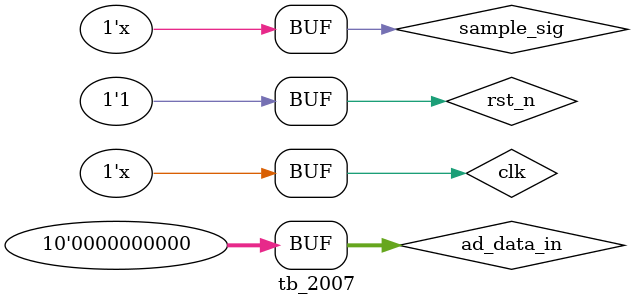
<source format=v>
/*-----------------------------------------------------------------------

Date				:		2017-XX-XX
Description			:		Design for LCD1602 Display.

-----------------------------------------------------------------------*/
`timescale 1ns/1ns

module	tb_2007();

reg					clk;
reg					rst_n;
reg		[9:0]		ad_data_in;
reg					sample_sig;
pr_2007		tb
(
	//global clock
	.clk(clk),			//system clock
	.rst_n(rst_n),    		//sync reset
	
	//XXX interface
	.ad_data_in(ad_data_in),
	.sample_sig(sample_sig)
	//user interface

	
); 

//--------------------------------
//Funtion :               

initial 
begin
	clk = 0;
	rst_n = 0;
	ad_data_in = 0;
	sample_sig = 0;
	#100;
	rst_n = 1;

end

always #10 clk =~ clk;

always #500 sample_sig =~ sample_sig;
endmodule
	

</source>
